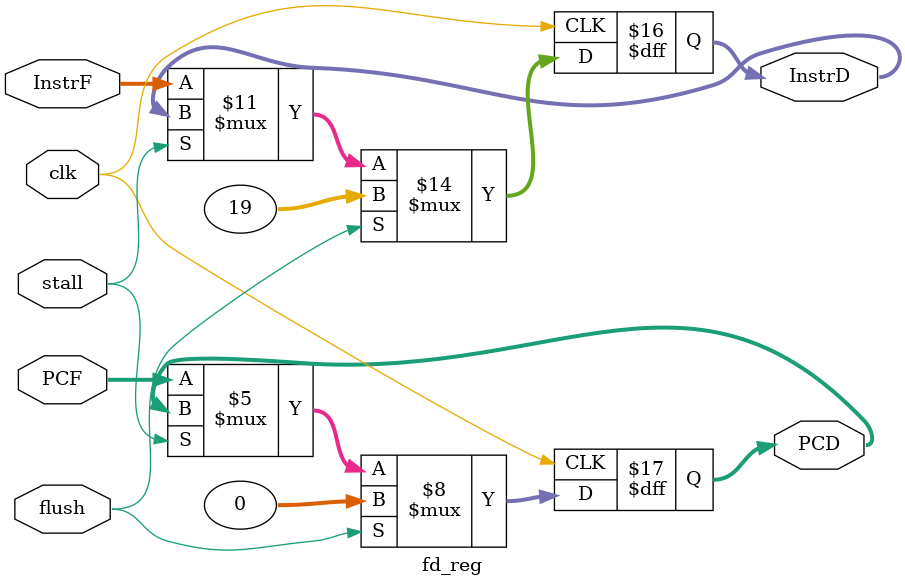
<source format=v>
`timescale 1ns / 1ps
module fd_reg(input [31:0] InstrF,input [31:0] PCF,
output reg [31:0] InstrD,output reg [31:0] PCD, input clk, input stall, input flush);

initial begin
    InstrD = 32'h00000013;
end

always @(posedge clk)
begin
    if (flush)
    begin
        InstrD <= 32'h00000013;
        PCD <= 0;
    end
    else if (!stall)
    begin
        InstrD <= InstrF;
        PCD <= PCF;
    end
    else begin
        InstrD <= InstrD;
        PCD <= PCD;
    end
end
endmodule

</source>
